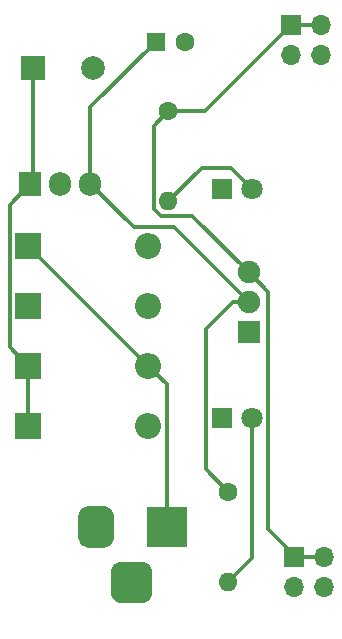
<source format=gbr>
%TF.GenerationSoftware,KiCad,Pcbnew,(5.1.9)-1*%
%TF.CreationDate,2021-10-20T23:10:06+02:00*%
%TF.ProjectId,BreadBoardPowerSupply,42726561-6442-46f6-9172-64506f776572,V1*%
%TF.SameCoordinates,Original*%
%TF.FileFunction,Copper,L1,Top*%
%TF.FilePolarity,Positive*%
%FSLAX46Y46*%
G04 Gerber Fmt 4.6, Leading zero omitted, Abs format (unit mm)*
G04 Created by KiCad (PCBNEW (5.1.9)-1) date 2021-10-20 23:10:06*
%MOMM*%
%LPD*%
G01*
G04 APERTURE LIST*
%TA.AperFunction,ComponentPad*%
%ADD10R,2.000000X2.000000*%
%TD*%
%TA.AperFunction,ComponentPad*%
%ADD11C,2.000000*%
%TD*%
%TA.AperFunction,ComponentPad*%
%ADD12R,1.600000X1.600000*%
%TD*%
%TA.AperFunction,ComponentPad*%
%ADD13C,1.600000*%
%TD*%
%TA.AperFunction,ComponentPad*%
%ADD14R,2.200000X2.200000*%
%TD*%
%TA.AperFunction,ComponentPad*%
%ADD15O,2.200000X2.200000*%
%TD*%
%TA.AperFunction,ComponentPad*%
%ADD16R,1.800000X1.800000*%
%TD*%
%TA.AperFunction,ComponentPad*%
%ADD17C,1.800000*%
%TD*%
%TA.AperFunction,ComponentPad*%
%ADD18R,3.500000X3.500000*%
%TD*%
%TA.AperFunction,ComponentPad*%
%ADD19R,1.700000X1.700000*%
%TD*%
%TA.AperFunction,ComponentPad*%
%ADD20O,1.700000X1.700000*%
%TD*%
%TA.AperFunction,ComponentPad*%
%ADD21O,1.600000X1.600000*%
%TD*%
%TA.AperFunction,ComponentPad*%
%ADD22R,1.900000X1.900000*%
%TD*%
%TA.AperFunction,ComponentPad*%
%ADD23C,1.900000*%
%TD*%
%TA.AperFunction,ComponentPad*%
%ADD24R,1.905000X2.000000*%
%TD*%
%TA.AperFunction,ComponentPad*%
%ADD25O,1.905000X2.000000*%
%TD*%
%TA.AperFunction,Conductor*%
%ADD26C,0.300000*%
%TD*%
G04 APERTURE END LIST*
D10*
%TO.P,C1,1*%
%TO.N,/Vin*%
X131381500Y-68135500D03*
D11*
%TO.P,C1,2*%
%TO.N,/GND*%
X136381500Y-68135500D03*
%TD*%
D12*
%TO.P,C2,1*%
%TO.N,/Vout1*%
X141732000Y-65913000D03*
D13*
%TO.P,C2,2*%
%TO.N,/GND*%
X144232000Y-65913000D03*
%TD*%
D14*
%TO.P,D1,1*%
%TO.N,/Vin*%
X130937000Y-93345000D03*
D15*
%TO.P,D1,2*%
%TO.N,Net-(D1-Pad2)*%
X141097000Y-93345000D03*
%TD*%
D14*
%TO.P,D2,1*%
%TO.N,Net-(D1-Pad2)*%
X130937000Y-83185000D03*
D15*
%TO.P,D2,2*%
%TO.N,/GND*%
X141097000Y-83185000D03*
%TD*%
%TO.P,D3,2*%
%TO.N,Net-(D3-Pad2)*%
X141097000Y-98425000D03*
D14*
%TO.P,D3,1*%
%TO.N,/Vin*%
X130937000Y-98425000D03*
%TD*%
D15*
%TO.P,D4,2*%
%TO.N,/GND*%
X141097000Y-88265000D03*
D14*
%TO.P,D4,1*%
%TO.N,Net-(D3-Pad2)*%
X130937000Y-88265000D03*
%TD*%
D16*
%TO.P,D5,1*%
%TO.N,/GND*%
X147356000Y-97790000D03*
D17*
%TO.P,D5,2*%
%TO.N,Net-(D5-Pad2)*%
X149896000Y-97790000D03*
%TD*%
%TO.P,D6,2*%
%TO.N,Net-(D6-Pad2)*%
X149896000Y-78359000D03*
D16*
%TO.P,D6,1*%
%TO.N,/GND*%
X147356000Y-78359000D03*
%TD*%
D18*
%TO.P,J1,1*%
%TO.N,Net-(D1-Pad2)*%
X142684500Y-106997500D03*
%TO.P,J1,2*%
%TO.N,Net-(D3-Pad2)*%
%TA.AperFunction,ComponentPad*%
G36*
G01*
X135184500Y-107997500D02*
X135184500Y-105997500D01*
G75*
G02*
X135934500Y-105247500I750000J0D01*
G01*
X137434500Y-105247500D01*
G75*
G02*
X138184500Y-105997500I0J-750000D01*
G01*
X138184500Y-107997500D01*
G75*
G02*
X137434500Y-108747500I-750000J0D01*
G01*
X135934500Y-108747500D01*
G75*
G02*
X135184500Y-107997500I0J750000D01*
G01*
G37*
%TD.AperFunction*%
%TO.P,J1,3*%
%TO.N,Net-(J1-Pad3)*%
%TA.AperFunction,ComponentPad*%
G36*
G01*
X137934500Y-112572500D02*
X137934500Y-110822500D01*
G75*
G02*
X138809500Y-109947500I875000J0D01*
G01*
X140559500Y-109947500D01*
G75*
G02*
X141434500Y-110822500I0J-875000D01*
G01*
X141434500Y-112572500D01*
G75*
G02*
X140559500Y-113447500I-875000J0D01*
G01*
X138809500Y-113447500D01*
G75*
G02*
X137934500Y-112572500I0J875000D01*
G01*
G37*
%TD.AperFunction*%
%TD*%
D19*
%TO.P,J2,1*%
%TO.N,/Vout2*%
X153190000Y-64516000D03*
D20*
%TO.P,J2,2*%
X155730000Y-64516000D03*
%TO.P,J2,3*%
%TO.N,/GND*%
X153190000Y-67056000D03*
%TO.P,J2,4*%
X155730000Y-67056000D03*
%TD*%
%TO.P,J3,4*%
%TO.N,/GND*%
X155964000Y-112068000D03*
%TO.P,J3,3*%
X153424000Y-112068000D03*
%TO.P,J3,2*%
%TO.N,/Vout2*%
X155964000Y-109528000D03*
D19*
%TO.P,J3,1*%
X153424000Y-109528000D03*
%TD*%
D21*
%TO.P,R1,2*%
%TO.N,Net-(D5-Pad2)*%
X147891500Y-111633000D03*
D13*
%TO.P,R1,1*%
%TO.N,/Vout1*%
X147891500Y-104013000D03*
%TD*%
%TO.P,R2,1*%
%TO.N,/Vout2*%
X142811500Y-71818500D03*
D21*
%TO.P,R2,2*%
%TO.N,Net-(D6-Pad2)*%
X142811500Y-79438500D03*
%TD*%
D22*
%TO.P,SW1,1*%
%TO.N,Net-(SW1-Pad1)*%
X149606000Y-90454500D03*
D23*
%TO.P,SW1,2*%
%TO.N,/Vout1*%
X149606000Y-87954500D03*
%TO.P,SW1,3*%
%TO.N,/Vout2*%
X149606000Y-85454500D03*
%TD*%
D24*
%TO.P,U1,1*%
%TO.N,/Vin*%
X131127500Y-77978000D03*
D25*
%TO.P,U1,2*%
%TO.N,/GND*%
X133667500Y-77978000D03*
%TO.P,U1,3*%
%TO.N,/Vout1*%
X136207500Y-77978000D03*
%TD*%
D26*
%TO.N,/Vin*%
X130937000Y-98425000D02*
X130937000Y-93345000D01*
X129386999Y-79718501D02*
X131127500Y-77978000D01*
X129386999Y-91794999D02*
X129386999Y-79718501D01*
X130937000Y-93345000D02*
X129386999Y-91794999D01*
X131381500Y-77724000D02*
X131127500Y-77978000D01*
X131381500Y-68135500D02*
X131381500Y-77724000D01*
%TO.N,/Vout1*%
X148262498Y-87954500D02*
X149606000Y-87954500D01*
X146005999Y-90210999D02*
X148262498Y-87954500D01*
X146005999Y-102127499D02*
X146005999Y-90210999D01*
X147891500Y-104013000D02*
X146005999Y-102127499D01*
X139864499Y-81634999D02*
X136207500Y-77978000D01*
X143286499Y-81634999D02*
X139864499Y-81634999D01*
X149606000Y-87954500D02*
X143286499Y-81634999D01*
X136207500Y-71437500D02*
X136207500Y-77978000D01*
X141732000Y-65913000D02*
X136207500Y-71437500D01*
%TO.N,Net-(D1-Pad2)*%
X142684500Y-94932500D02*
X141097000Y-93345000D01*
X142684500Y-106997500D02*
X142684500Y-94932500D01*
X141097000Y-93345000D02*
X130937000Y-83185000D01*
%TO.N,Net-(D5-Pad2)*%
X149896000Y-109628500D02*
X149896000Y-97790000D01*
X147891500Y-111633000D02*
X149896000Y-109628500D01*
%TO.N,Net-(D6-Pad2)*%
X142811500Y-79438500D02*
X145669000Y-76581000D01*
X148118000Y-76581000D02*
X149896000Y-78359000D01*
X145669000Y-76581000D02*
X148118000Y-76581000D01*
%TO.N,/Vout2*%
X155964000Y-109528000D02*
X153424000Y-109528000D01*
X151246001Y-87094501D02*
X149606000Y-85454500D01*
X151246001Y-107167766D02*
X151246001Y-87094501D01*
X153424000Y-109345765D02*
X151246001Y-107167766D01*
X153424000Y-109528000D02*
X153424000Y-109345765D01*
X145887500Y-71818500D02*
X153190000Y-64516000D01*
X142811500Y-71818500D02*
X145887500Y-71818500D01*
X153190000Y-64516000D02*
X155730000Y-64516000D01*
X141561499Y-73068501D02*
X142811500Y-71818500D01*
X141561499Y-80038501D02*
X141561499Y-73068501D01*
X142211499Y-80688501D02*
X141561499Y-80038501D01*
X144840001Y-80688501D02*
X142211499Y-80688501D01*
X149606000Y-85454500D02*
X144840001Y-80688501D01*
%TD*%
M02*

</source>
